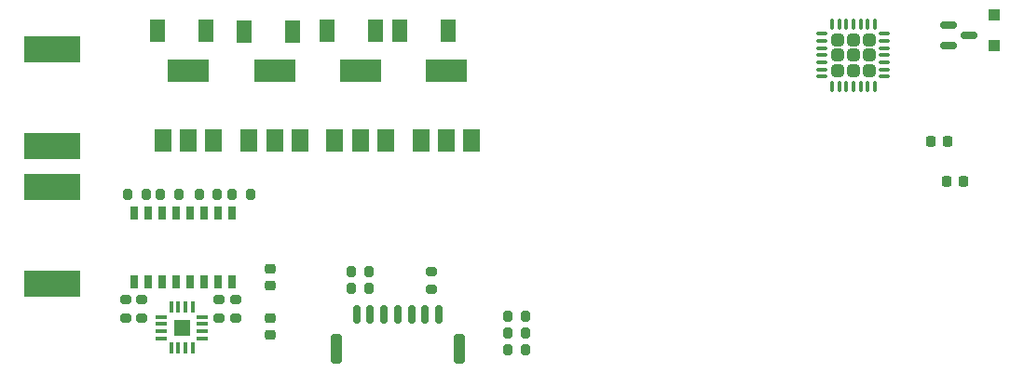
<source format=gbr>
%TF.GenerationSoftware,KiCad,Pcbnew,(6.0.1-0)*%
%TF.CreationDate,2022-03-21T22:53:48+00:00*%
%TF.ProjectId,PickleRick,5069636b-6c65-4526-9963-6b2e6b696361,rev?*%
%TF.SameCoordinates,Original*%
%TF.FileFunction,Paste,Bot*%
%TF.FilePolarity,Positive*%
%FSLAX46Y46*%
G04 Gerber Fmt 4.6, Leading zero omitted, Abs format (unit mm)*
G04 Created by KiCad (PCBNEW (6.0.1-0)) date 2022-03-21 22:53:48*
%MOMM*%
%LPD*%
G01*
G04 APERTURE LIST*
G04 Aperture macros list*
%AMRoundRect*
0 Rectangle with rounded corners*
0 $1 Rounding radius*
0 $2 $3 $4 $5 $6 $7 $8 $9 X,Y pos of 4 corners*
0 Add a 4 corners polygon primitive as box body*
4,1,4,$2,$3,$4,$5,$6,$7,$8,$9,$2,$3,0*
0 Add four circle primitives for the rounded corners*
1,1,$1+$1,$2,$3*
1,1,$1+$1,$4,$5*
1,1,$1+$1,$6,$7*
1,1,$1+$1,$8,$9*
0 Add four rect primitives between the rounded corners*
20,1,$1+$1,$2,$3,$4,$5,0*
20,1,$1+$1,$4,$5,$6,$7,0*
20,1,$1+$1,$6,$7,$8,$9,0*
20,1,$1+$1,$8,$9,$2,$3,0*%
G04 Aperture macros list end*
%ADD10C,0.010000*%
%ADD11R,0.800000X1.300000*%
%ADD12RoundRect,0.200000X-0.275000X0.200000X-0.275000X-0.200000X0.275000X-0.200000X0.275000X0.200000X0*%
%ADD13RoundRect,0.200000X0.200000X0.275000X-0.200000X0.275000X-0.200000X-0.275000X0.200000X-0.275000X0*%
%ADD14R,5.080000X2.420000*%
%ADD15R,1.100000X1.100000*%
%ADD16RoundRect,0.200000X-0.200000X-0.275000X0.200000X-0.275000X0.200000X0.275000X-0.200000X0.275000X0*%
%ADD17RoundRect,0.150000X-0.587500X-0.150000X0.587500X-0.150000X0.587500X0.150000X-0.587500X0.150000X0*%
%ADD18R,3.800000X2.000000*%
%ADD19R,1.500000X2.000000*%
%ADD20RoundRect,0.075000X-0.075000X-0.437500X0.075000X-0.437500X0.075000X0.437500X-0.075000X0.437500X0*%
%ADD21RoundRect,0.075000X-0.437500X-0.075000X0.437500X-0.075000X0.437500X0.075000X-0.437500X0.075000X0*%
%ADD22RoundRect,0.250000X-0.320000X-0.320000X0.320000X-0.320000X0.320000X0.320000X-0.320000X0.320000X0*%
%ADD23RoundRect,0.225000X0.250000X-0.225000X0.250000X0.225000X-0.250000X0.225000X-0.250000X-0.225000X0*%
%ADD24R,1.400000X2.100000*%
%ADD25RoundRect,0.225000X-0.225000X-0.250000X0.225000X-0.250000X0.225000X0.250000X-0.225000X0.250000X0*%
%ADD26RoundRect,0.013600X-0.156400X0.481400X-0.156400X-0.481400X0.156400X-0.481400X0.156400X0.481400X0*%
%ADD27RoundRect,0.013600X-0.481400X-0.156400X0.481400X-0.156400X0.481400X0.156400X-0.481400X0.156400X0*%
%ADD28RoundRect,0.250000X0.250000X1.100000X-0.250000X1.100000X-0.250000X-1.100000X0.250000X-1.100000X0*%
%ADD29RoundRect,0.150000X0.150000X0.700000X-0.150000X0.700000X-0.150000X-0.700000X0.150000X-0.700000X0*%
G04 APERTURE END LIST*
D10*
%TO.C,U5*%
X114095000Y-93780000D02*
X115455000Y-93780000D01*
X115455000Y-93780000D02*
X115455000Y-92420000D01*
X115455000Y-92420000D02*
X114095000Y-92420000D01*
X114095000Y-92420000D02*
X114095000Y-93780000D01*
G36*
X115455000Y-93780000D02*
G01*
X114095000Y-93780000D01*
X114095000Y-92420000D01*
X115455000Y-92420000D01*
X115455000Y-93780000D01*
G37*
X115455000Y-93780000D02*
X114095000Y-93780000D01*
X114095000Y-92420000D01*
X115455000Y-92420000D01*
X115455000Y-93780000D01*
%TD*%
D11*
%TO.C,U4*%
X110450000Y-82675000D03*
X111730000Y-82675000D03*
X112990000Y-82675000D03*
X114260000Y-82675000D03*
X115540000Y-82675000D03*
X116810000Y-82675000D03*
X118070000Y-82675000D03*
X119350000Y-82675000D03*
X119350000Y-88975000D03*
X118070000Y-88975000D03*
X116810000Y-88975000D03*
X115540000Y-88975000D03*
X114260000Y-88975000D03*
X112990000Y-88975000D03*
X111730000Y-88975000D03*
X110450000Y-88975000D03*
%TD*%
D12*
%TO.C,R25*%
X118160000Y-90585000D03*
X118160000Y-92235000D03*
%TD*%
%TO.C,R34*%
X111175000Y-90575000D03*
X111175000Y-92225000D03*
%TD*%
%TO.C,R33*%
X119680000Y-90585000D03*
X119680000Y-92235000D03*
%TD*%
%TO.C,R26*%
X109675000Y-92225000D03*
X109675000Y-90575000D03*
%TD*%
D13*
%TO.C,R10*%
X146050000Y-93575000D03*
X144400000Y-93575000D03*
%TD*%
D14*
%TO.C,J18*%
X103020000Y-89100000D03*
X103020000Y-80340000D03*
%TD*%
D13*
%TO.C,R9*%
X144400000Y-95100000D03*
X146050000Y-95100000D03*
%TD*%
D15*
%TO.C,D6*%
X188570000Y-64602500D03*
X188570000Y-67402500D03*
%TD*%
D16*
%TO.C,R11*%
X144400000Y-92075000D03*
X146050000Y-92075000D03*
%TD*%
D14*
%TO.C,J16*%
X103030000Y-67810000D03*
X103030000Y-76570000D03*
%TD*%
D17*
%TO.C,Q2*%
X184482500Y-67460000D03*
X184482500Y-65560000D03*
X186357500Y-66510000D03*
%TD*%
D16*
%TO.C,R27*%
X119385000Y-81000000D03*
X121035000Y-81000000D03*
%TD*%
D18*
%TO.C,Q4*%
X123200000Y-69750000D03*
D19*
X120900000Y-76050000D03*
X123200000Y-76050000D03*
X125500000Y-76050000D03*
%TD*%
D20*
%TO.C,U6*%
X173860000Y-71147500D03*
X174510000Y-71147500D03*
X175160000Y-71147500D03*
X175810000Y-71147500D03*
X176460000Y-71147500D03*
X177110000Y-71147500D03*
X177760000Y-71147500D03*
D21*
X178647500Y-70260000D03*
X178647500Y-69610000D03*
X178647500Y-68960000D03*
X178647500Y-68310000D03*
X178647500Y-67660000D03*
X178647500Y-67010000D03*
X178647500Y-66360000D03*
D20*
X177760000Y-65472500D03*
X177110000Y-65472500D03*
X176460000Y-65472500D03*
X175810000Y-65472500D03*
X175160000Y-65472500D03*
X174510000Y-65472500D03*
X173860000Y-65472500D03*
D21*
X172972500Y-66360000D03*
X172972500Y-67010000D03*
X172972500Y-67660000D03*
X172972500Y-68310000D03*
X172972500Y-68960000D03*
X172972500Y-69610000D03*
X172972500Y-70260000D03*
D22*
X177230000Y-66890000D03*
X177230000Y-69730000D03*
X174390000Y-68310000D03*
X177230000Y-68310000D03*
X175810000Y-66890000D03*
X174390000Y-69730000D03*
X174390000Y-66890000D03*
X175810000Y-68310000D03*
X175810000Y-69730000D03*
%TD*%
D23*
%TO.C,C8*%
X122807500Y-92220000D03*
X122807500Y-93770000D03*
%TD*%
D16*
%TO.C,R36*%
X109865000Y-81000000D03*
X111515000Y-81000000D03*
%TD*%
D24*
%TO.C,D8*%
X139000000Y-66100000D03*
X134600000Y-66100000D03*
%TD*%
D25*
%TO.C,C9*%
X184245000Y-79790000D03*
X185795000Y-79790000D03*
%TD*%
D24*
%TO.C,D10*%
X124850000Y-66200000D03*
X120450000Y-66200000D03*
%TD*%
D13*
%TO.C,R29*%
X114515000Y-81000000D03*
X112865000Y-81000000D03*
%TD*%
D18*
%TO.C,Q6*%
X115350000Y-69750000D03*
D19*
X113050000Y-76050000D03*
X115350000Y-76050000D03*
X117650000Y-76050000D03*
%TD*%
D25*
%TO.C,C10*%
X182825000Y-76130000D03*
X184375000Y-76130000D03*
%TD*%
D24*
%TO.C,D16*%
X116950000Y-66100000D03*
X112550000Y-66100000D03*
%TD*%
D23*
%TO.C,C7*%
X122800000Y-89310000D03*
X122800000Y-87760000D03*
%TD*%
D24*
%TO.C,D15*%
X128000000Y-66100000D03*
X132400000Y-66100000D03*
%TD*%
D16*
%TO.C,R35*%
X116375000Y-81000000D03*
X118025000Y-81000000D03*
%TD*%
D18*
%TO.C,Q3*%
X138800000Y-69750000D03*
D19*
X136500000Y-76050000D03*
X138800000Y-76050000D03*
X141100000Y-76050000D03*
%TD*%
D18*
%TO.C,Q5*%
X131000000Y-69750000D03*
D19*
X128700000Y-76050000D03*
X131000000Y-76050000D03*
X133300000Y-76050000D03*
%TD*%
D13*
%TO.C,R21*%
X131815000Y-88010000D03*
X130165000Y-88010000D03*
%TD*%
D26*
%TO.C,U5*%
X113800000Y-94960000D03*
X114450000Y-94960000D03*
X115100000Y-94960000D03*
X115750000Y-94960000D03*
D27*
X116635000Y-94075000D03*
X116635000Y-93425000D03*
X116635000Y-92775000D03*
X116635000Y-92125000D03*
D26*
X115750000Y-91240000D03*
X115100000Y-91240000D03*
X114450000Y-91240000D03*
X113800000Y-91240000D03*
D27*
X112915000Y-92125000D03*
X112915000Y-92775000D03*
X112915000Y-93425000D03*
X112915000Y-94075000D03*
%TD*%
D13*
%TO.C,R16*%
X131815000Y-89530000D03*
X130165000Y-89530000D03*
%TD*%
D28*
%TO.C,J5*%
X128810000Y-95080000D03*
X140010000Y-95080000D03*
D29*
X130660000Y-91880000D03*
X131910000Y-91880000D03*
X133160000Y-91880000D03*
X134410000Y-91880000D03*
X135660000Y-91880000D03*
X136910000Y-91880000D03*
X138160000Y-91880000D03*
%TD*%
D12*
%TO.C,R22*%
X137500000Y-87985000D03*
X137500000Y-89635000D03*
%TD*%
M02*

</source>
